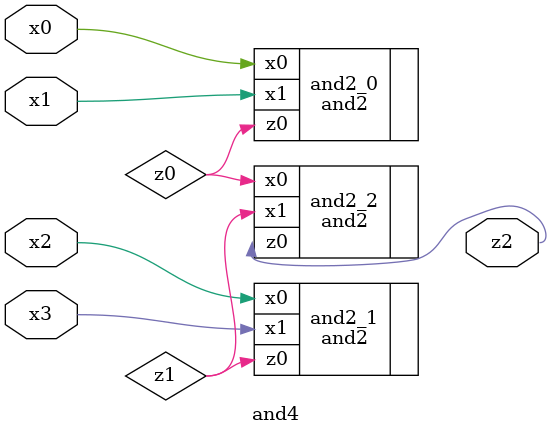
<source format=v>

`include "../and2/and2.v"

module and4(x0, x1, x2, x3, z2);

// inputs and output
input x0, x1, x2, x3;
output z2;

// define signals
wire x0, x1, x2, x3;
wire z0, z1, z2;

// AND2 Module 1
and2 and2_0(.x0(x0), .x1(x1), .z0(z0));

// AND2 Module 2
and2 and2_1(.x0(x2), .x1(x3), .z0(z1));

// continuous assign
and2 and2_2(.x0(z0), .x1(z1), .z0(z2));

endmodule
</source>
